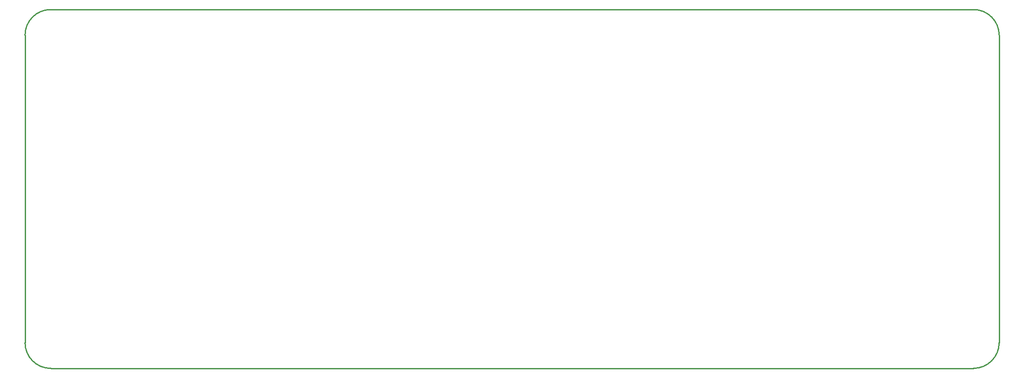
<source format=gko>
G04 Layer: BoardOutlineLayer*
G04 EasyEDA v6.5.9, 2022-08-06 01:21:30*
G04 bc8d98b3e954460ba80fd4d649655d9a,c09117847ad249c1abd8b20aa127d3a4,10*
G04 Gerber Generator version 0.2*
G04 Scale: 100 percent, Rotated: No, Reflected: No *
G04 Dimensions in millimeters *
G04 leading zeros omitted , absolute positions ,4 integer and 5 decimal *
%FSLAX45Y45*%
%MOMM*%

%ADD10C,0.2540*%
D10*
X0Y499998D02*
G01*
X0Y6499987D01*
X18499963Y0D02*
G01*
X499998Y0D01*
X18999961Y6499987D02*
G01*
X18999961Y499998D01*
X499998Y6999986D02*
G01*
X18499963Y6999986D01*
G75*
G01*
X18499963Y6999986D02*
G02*
X18999962Y6499987I0J-499999D01*
G75*
G01*
X18999962Y499999D02*
G02*
X18499963Y0I-499999J0D01*
G75*
G01*
X499999Y0D02*
G02*
X0Y499999I0J499999D01*
G75*
G01*
X0Y6499987D02*
G02*
X499999Y6999986I499999J0D01*

%LPD*%
M02*

</source>
